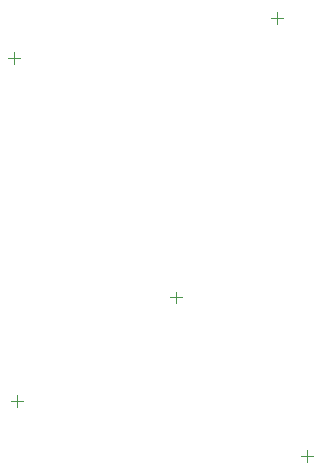
<source format=gbr>
G04*
G04 #@! TF.GenerationSoftware,Altium Limited,Altium Designer,22.4.2 (48)*
G04*
G04 Layer_Color=0*
%FSLAX25Y25*%
%MOIN*%
G70*
G04*
G04 #@! TF.SameCoordinates,897C8E4D-7720-40B5-A877-0FB78C4BABC8*
G04*
G04*
G04 #@! TF.FilePolarity,Positive*
G04*
G01*
G75*
%ADD39C,0.00394*%
D39*
X437032Y333500D02*
X440969D01*
X439000Y331531D02*
Y335468D01*
X490032Y368000D02*
X493969D01*
X492000Y366032D02*
Y369969D01*
X523658Y461280D02*
X527595D01*
X525626Y459311D02*
Y463248D01*
X533532Y315079D02*
X537469D01*
X535500Y313110D02*
Y317047D01*
X437965Y445823D02*
Y449760D01*
X435996Y447791D02*
X439933D01*
M02*

</source>
